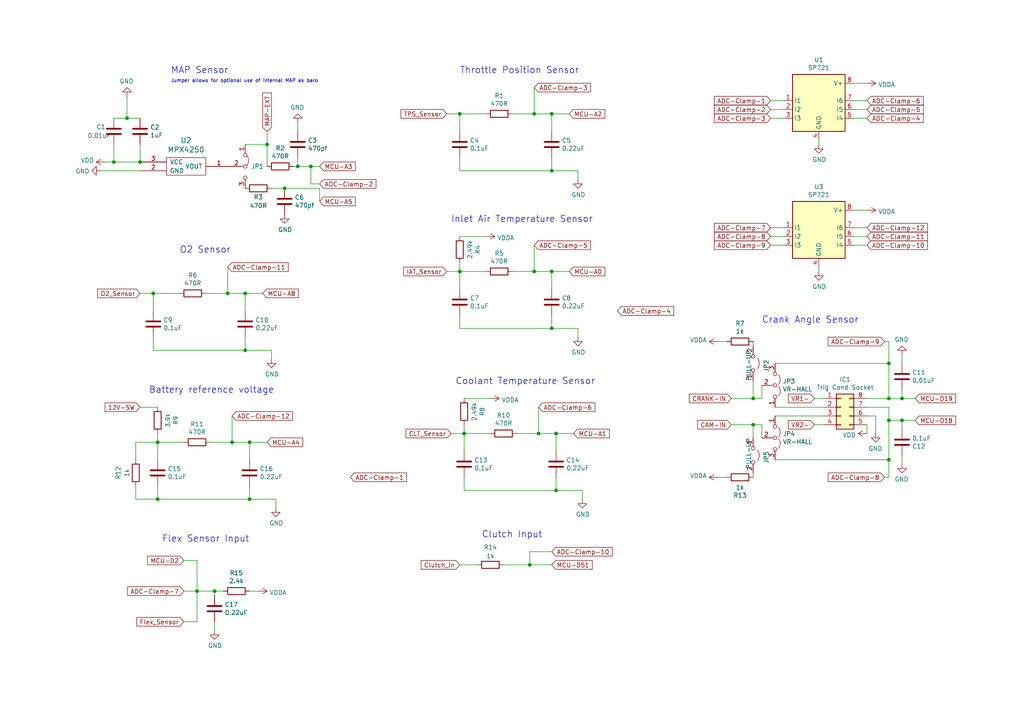
<source format=kicad_sch>
(kicad_sch (version 20211123) (generator eeschema)
  (paper "A4")
  (lib_symbols
    (symbol "Connector_Generic:Conn_02x04_Counter_Clockwise" (pin_names (offset 1.016) hide)
      (property "Reference" "J" (at 1.27 5.08 0))
      (property "Value" "Conn_02x04_Counter_Clockwise" (at 1.27 -7.62 0))
      (symbol "Conn_02x04_Counter_Clockwise_1_1"
        (rectangle (start -1.27 -4.953) (end 0 -5.207) (stroke (width 0.1524)))
        (rectangle (start -1.27 -2.413) (end 0 -2.667) (stroke (width 0.1524)))
        (rectangle (start -1.27 0.127) (end 0 -0.127) (stroke (width 0.1524)))
        (rectangle (start -1.27 2.667) (end 0 2.413) (stroke (width 0.1524)))
        (rectangle (start -1.27 3.81) (end 3.81 -6.35) (stroke (width 0.254)) (fill (type background)))
        (rectangle (start 3.81 -4.953) (end 2.54 -5.207) (stroke (width 0.1524)))
        (rectangle (start 3.81 -2.413) (end 2.54 -2.667) (stroke (width 0.1524)))
        (rectangle (start 3.81 0.127) (end 2.54 -0.127) (stroke (width 0.1524)))
        (rectangle (start 3.81 2.667) (end 2.54 2.413) (stroke (width 0.1524)))
        (pin passive line (at -5.08 2.54 0) (length 3.81) (name "Pin_1") (number "1"))
        (pin passive line (at -5.08 0 0) (length 3.81) (name "Pin_2") (number "2"))
        (pin passive line (at -5.08 -2.54 0) (length 3.81) (name "Pin_3") (number "3"))
        (pin passive line (at -5.08 -5.08 0) (length 3.81) (name "Pin_4") (number "4"))
        (pin passive line (at 7.62 -5.08 180) (length 3.81) (name "Pin_5") (number "5"))
        (pin passive line (at 7.62 -2.54 180) (length 3.81) (name "Pin_6") (number "6"))
        (pin passive line (at 7.62 0 180) (length 3.81) (name "Pin_7") (number "7"))
        (pin passive line (at 7.62 2.54 180) (length 3.81) (name "Pin_8") (number "8"))
      )
    )
    (symbol "Device:C" (pin_numbers hide) (pin_names (offset 0.254))
      (property "Reference" "C" (at 0.635 2.54 0))
      (property "Value" "C" (at 0.635 -2.54 0))
      (symbol "C_0_1"
        (polyline (pts (xy -2.032 -0.762) (xy 2.032 -0.762)) (stroke (width 0.508)))
        (polyline (pts (xy -2.032 0.762) (xy 2.032 0.762)) (stroke (width 0.508)))
      )
      (symbol "C_1_1"
        (pin passive line (at 0 3.81 270) (length 2.794) (name "~") (number "1"))
        (pin passive line (at 0 -3.81 90) (length 2.794) (name "~") (number "2"))
      )
    )
    (symbol "Device:R" (pin_numbers hide) (pin_names (offset 0))
      (property "Reference" "R" (at 2.032 0 90))
      (property "Value" "R" (at 0 0 90))
      (symbol "R_0_1"
        (rectangle (start -1.016 -2.54) (end 1.016 2.54) (stroke (width 0.254)))
      )
      (symbol "R_1_1"
        (pin passive line (at 0 3.81 270) (length 1.27) (name "~") (number "1"))
        (pin passive line (at 0 -3.81 90) (length 1.27) (name "~") (number "2"))
      )
    )
    (symbol "IC_Automotive:SP721"
      (property "Reference" "U" (at 0 15.875 0))
      (property "Value" "IC_Automotive_SP721" (at 0 13.97 0))
      (symbol "SP721_0_1"
        (rectangle (start -7.62 -3.81) (end 7.62 12.7) (stroke (width 0.254)) (fill (type background)))
      )
      (symbol "SP721_1_1"
        (pin input line (at -10.16 5.08 0) (length 2.54) (name "I1") (number "1"))
        (pin input line (at -10.16 2.54 0) (length 2.54) (name "I2") (number "2"))
        (pin input line (at -10.16 0 0) (length 2.54) (name "I3") (number "3"))
        (pin power_in line (at 0 -6.35 90) (length 2.54) (name "GND") (number "4"))
        (pin input line (at 10.16 0 180) (length 2.54) (name "I4") (number "5"))
        (pin input line (at 10.16 2.54 180) (length 2.54) (name "I5") (number "6"))
        (pin input line (at 10.16 5.08 180) (length 2.54) (name "I6") (number "7"))
        (pin power_in line (at 10.16 10.16 180) (length 2.54) (name "V+") (number "8"))
      )
    )
    (symbol "Jumper:Jumper_2_Open" (pin_names (offset 0) hide)
      (property "Reference" "JP" (at 0 2.794 0))
      (property "Value" "Jumper_2_Open" (at 0 -2.286 0))
      (symbol "Jumper_2_Open_0_0"
        (circle (center -2.032 0) (radius 0.508))
        (circle (center 2.032 0) (radius 0.508))
      )
      (symbol "Jumper_2_Open_0_1"
        (arc (start 1.524 1.27) (mid 0 1.778) (end -1.524 1.27))
      )
      (symbol "Jumper_2_Open_1_1"
        (pin passive line (at -5.08 0 0) (length 2.54) (name "A") (number "1"))
        (pin passive line (at 5.08 0 180) (length 2.54) (name "B") (number "2"))
      )
    )
    (symbol "Jumper:Jumper_3_Bridged12" (pin_names (offset 0) hide)
      (property "Reference" "JP" (at -2.54 -2.54 0))
      (property "Value" "Jumper_3_Bridged12" (at 0 2.794 0))
      (symbol "Jumper_3_Bridged12_0_0"
        (circle (center -3.302 0) (radius 0.508))
        (circle (center 0 0) (radius 0.508))
        (circle (center 3.302 0) (radius 0.508))
      )
      (symbol "Jumper_3_Bridged12_0_1"
        (arc (start -0.254 0.508) (mid -1.651 0.9912) (end -3.048 0.508))
        (polyline (pts (xy 0 -1.27) (xy 0 -0.508)))
      )
      (symbol "Jumper_3_Bridged12_1_1"
        (pin passive line (at -6.35 0 0) (length 2.54) (name "A") (number "1"))
        (pin passive line (at 0 -3.81 90) (length 2.54) (name "C") (number "2"))
        (pin passive line (at 6.35 0 180) (length 2.54) (name "B") (number "3"))
      )
    )
    (symbol "Jumper:Jumper_3_Open" (pin_names (offset 0) hide)
      (property "Reference" "JP" (at -2.54 -2.54 0))
      (property "Value" "Jumper_3_Open" (at 0 2.794 0))
      (symbol "Jumper_3_Open_0_0"
        (circle (center -3.302 0) (radius 0.508))
        (circle (center 0 0) (radius 0.508))
        (circle (center 3.302 0) (radius 0.508))
      )
      (symbol "Jumper_3_Open_0_1"
        (arc (start -0.254 1.016) (mid -1.651 1.4992) (end -3.048 1.016))
        (polyline (pts (xy 0 -0.508) (xy 0 -1.27)))
        (arc (start 3.048 1.016) (mid 1.651 1.4992) (end 0.254 1.016))
      )
      (symbol "Jumper_3_Open_1_1"
        (pin passive line (at -6.35 0 0) (length 2.54) (name "A") (number "1"))
        (pin passive line (at 0 -3.81 90) (length 2.54) (name "C") (number "2"))
        (pin passive line (at 6.35 0 180) (length 2.54) (name "B") (number "3"))
      )
    )
    (symbol "power:GND" (power) (pin_names (offset 0))
      (property "Value" "GND" (at 0 -3.81 0))
      (symbol "GND_0_1"
        (polyline (pts (xy 0 0) (xy 0 -1.27) (xy 1.27 -1.27) (xy 0 -2.54) (xy -1.27 -1.27) (xy 0 -1.27)))
      )
      (symbol "GND_1_1"
        (pin power_in line (at 0 0 270) (length 0) hide (name "GND") (number "1"))
      )
    )
    (symbol "power:VDD" (power) (pin_names (offset 0))
      (property "Value" "VDD" (at 0 3.81 0))
      (symbol "VDD_0_1"
        (polyline (pts (xy -0.762 1.27) (xy 0 2.54)))
        (polyline (pts (xy 0 0) (xy 0 2.54)))
        (polyline (pts (xy 0 2.54) (xy 0.762 1.27)))
      )
      (symbol "VDD_1_1"
        (pin power_in line (at 0 0 90) (length 0) hide (name "VDD") (number "1"))
      )
    )
    (symbol "power:VDDA" (power) (pin_names (offset 0))
      (property "Value" "VDDA" (at 0 3.81 0))
      (symbol "VDDA_0_1"
        (polyline (pts (xy -0.762 1.27) (xy 0 2.54)))
        (polyline (pts (xy 0 0) (xy 0 2.54)))
        (polyline (pts (xy 0 2.54) (xy 0.762 1.27)))
      )
      (symbol "VDDA_1_1"
        (pin power_in line (at 0 0 90) (length 0) hide (name "VDDA") (number "1"))
      )
    )
    (symbol "v0.4.3d-rescue:MPX4250-Misc-v0.4.4c-rescue" (pin_names (offset 1.016))
      (property "Reference" "U" (at 3.81 -3.81 0))
      (property "Value" "MPX4250-Misc-v0.4.4c-rescue" (at -1.27 3.81 0))
      (symbol "MPX4250-Misc-v0.4.4c-rescue_0_1"
        (rectangle (start -6.35 2.54) (end 5.08 -2.54))
      )
      (symbol "MPX4250-Misc-v0.4.4c-rescue_1_1"
        (pin output line (at 12.7 0 180) (length 7.62) (name "VOUT") (number "1"))
        (pin power_in line (at -13.97 -1.27 0) (length 7.62) (name "GND") (number "2"))
        (pin power_in line (at -13.97 1.27 0) (length 7.62) (name "VCC") (number "3"))
      )
    )
  )
  (junction (at 71.12 85.09))
  (junction (at 71.12 101.6))
  (junction (at 44.45 85.09))
  (junction (at 160.02 78.74))
  (junction (at 134.62 125.73))
  (junction (at 218.44 123.19))
  (junction (at 257.81 121.92))
  (junction (at 154.94 33.02))
  (junction (at 62.23 171.45))
  (junction (at 218.44 115.57))
  (junction (at 90.17 48.26))
  (junction (at 160.02 49.53))
  (junction (at 133.35 33.02))
  (junction (at 77.47 41.91))
  (junction (at 40.64 46.99))
  (junction (at 257.81 115.57))
  (junction (at 36.83 34.29))
  (junction (at 161.29 142.24))
  (junction (at 72.39 128.27))
  (junction (at 86.36 48.26))
  (junction (at 45.72 128.27))
  (junction (at 257.81 133.35))
  (junction (at 261.62 115.57))
  (junction (at 45.72 144.78))
  (junction (at 67.31 128.27))
  (junction (at 161.29 125.73))
  (junction (at 133.35 78.74))
  (junction (at 33.02 46.99))
  (junction (at 261.62 121.92))
  (junction (at 156.21 125.73))
  (junction (at 153.67 163.83))
  (junction (at 160.02 95.25))
  (junction (at 72.39 144.78))
  (junction (at 160.02 33.02))
  (junction (at 57.15 171.45))
  (junction (at 154.94 78.74))
  (junction (at 82.55 54.61))
  (junction (at 257.81 105.41))
  (junction (at 66.04 85.09))
  (wire (pts (xy 33.02 46.99) (xy 40.64 46.99)))
  (wire (pts (xy 160.02 91.44) (xy 160.02 95.25)))
  (wire (pts (xy 161.29 138.43) (xy 161.29 142.24)))
  (wire (pts (xy 72.39 128.27) (xy 72.39 133.35)))
  (wire (pts (xy 72.39 140.97) (xy 72.39 144.78)))
  (wire (pts (xy 254 120.65) (xy 254 125.73)))
  (wire (pts (xy 71.12 97.79) (xy 71.12 101.6)))
  (wire (pts (xy 39.37 133.35) (xy 39.37 128.27)))
  (wire (pts (xy 77.47 38.1) (xy 77.47 41.91)))
  (wire (pts (xy 36.83 34.29) (xy 36.83 27.94)))
  (wire (pts (xy 165.1 78.74) (xy 160.02 78.74)))
  (wire (pts (xy 257.81 99.06) (xy 257.81 105.41)))
  (wire (pts (xy 45.72 128.27) (xy 53.34 128.27)))
  (wire (pts (xy 62.23 182.88) (xy 62.23 180.34)))
  (wire (pts (xy 247.65 68.58) (xy 251.46 68.58)))
  (wire (pts (xy 251.46 123.19) (xy 251.46 125.73)))
  (wire (pts (xy 212.09 115.57) (xy 218.44 115.57)))
  (wire (pts (xy 251.46 60.96) (xy 247.65 60.96)))
  (wire (pts (xy 224.79 133.35) (xy 257.81 133.35)))
  (wire (pts (xy 134.62 125.73) (xy 142.24 125.73)))
  (wire (pts (xy 165.1 33.02) (xy 160.02 33.02)))
  (wire (pts (xy 220.98 123.19) (xy 220.98 127)))
  (wire (pts (xy 148.59 78.74) (xy 154.94 78.74)))
  (wire (pts (xy 133.35 33.02) (xy 140.97 33.02)))
  (wire (pts (xy 86.36 48.26) (xy 90.17 48.26)))
  (wire (pts (xy 167.64 95.25) (xy 167.64 97.79)))
  (wire (pts (xy 90.17 53.34) (xy 90.17 48.26)))
  (wire (pts (xy 257.81 115.57) (xy 261.62 115.57)))
  (wire (pts (xy 44.45 101.6) (xy 71.12 101.6)))
  (wire (pts (xy 78.74 101.6) (xy 78.74 104.14)))
  (wire (pts (xy 76.2 85.09) (xy 71.12 85.09)))
  (wire (pts (xy 251.46 31.75) (xy 247.65 31.75)))
  (wire (pts (xy 45.72 133.35) (xy 45.72 128.27)))
  (wire (pts (xy 251.46 24.13) (xy 247.65 24.13)))
  (wire (pts (xy 133.35 83.82) (xy 133.35 78.74)))
  (wire (pts (xy 44.45 97.79) (xy 44.45 101.6)))
  (wire (pts (xy 71.12 101.6) (xy 78.74 101.6)))
  (wire (pts (xy 251.46 115.57) (xy 257.81 115.57)))
  (wire (pts (xy 134.62 138.43) (xy 134.62 142.24)))
  (wire (pts (xy 29.21 49.53) (xy 40.64 49.53)))
  (wire (pts (xy 39.37 144.78) (xy 45.72 144.78)))
  (wire (pts (xy 71.12 85.09) (xy 71.12 90.17)))
  (wire (pts (xy 45.72 125.73) (xy 45.72 128.27)))
  (wire (pts (xy 86.36 38.1) (xy 86.36 35.56)))
  (wire (pts (xy 223.52 29.21) (xy 227.33 29.21)))
  (wire (pts (xy 208.28 138.43) (xy 210.82 138.43)))
  (wire (pts (xy 90.17 48.26) (xy 92.71 48.26)))
  (wire (pts (xy 154.94 33.02) (xy 160.02 33.02)))
  (wire (pts (xy 218.44 123.19) (xy 220.98 123.19)))
  (wire (pts (xy 44.45 85.09) (xy 52.07 85.09)))
  (wire (pts (xy 251.46 66.04) (xy 247.65 66.04)))
  (wire (pts (xy 154.94 78.74) (xy 160.02 78.74)))
  (wire (pts (xy 161.29 142.24) (xy 168.91 142.24)))
  (wire (pts (xy 149.86 125.73) (xy 156.21 125.73)))
  (wire (pts (xy 261.62 102.87) (xy 261.62 105.41)))
  (wire (pts (xy 33.02 34.29) (xy 36.83 34.29)))
  (wire (pts (xy 166.37 125.73) (xy 161.29 125.73)))
  (wire (pts (xy 227.33 31.75) (xy 223.52 31.75)))
  (wire (pts (xy 261.62 121.92) (xy 261.62 124.46)))
  (wire (pts (xy 60.96 128.27) (xy 67.31 128.27)))
  (wire (pts (xy 134.62 130.81) (xy 134.62 125.73)))
  (wire (pts (xy 236.22 123.19) (xy 238.76 123.19)))
  (wire (pts (xy 153.67 163.83) (xy 160.02 163.83)))
  (wire (pts (xy 92.71 58.42) (xy 92.71 54.61)))
  (wire (pts (xy 140.97 68.58) (xy 133.35 68.58)))
  (wire (pts (xy 251.46 120.65) (xy 254 120.65)))
  (wire (pts (xy 154.94 71.12) (xy 154.94 78.74)))
  (wire (pts (xy 133.35 95.25) (xy 160.02 95.25)))
  (wire (pts (xy 160.02 33.02) (xy 160.02 38.1)))
  (wire (pts (xy 218.44 99.06) (xy 218.44 100.33)))
  (wire (pts (xy 39.37 128.27) (xy 45.72 128.27)))
  (wire (pts (xy 154.94 25.4) (xy 154.94 33.02)))
  (wire (pts (xy 53.34 162.56) (xy 57.15 162.56)))
  (wire (pts (xy 40.64 118.11) (xy 45.72 118.11)))
  (wire (pts (xy 129.54 33.02) (xy 133.35 33.02)))
  (wire (pts (xy 256.54 138.43) (xy 257.81 138.43)))
  (wire (pts (xy 67.31 128.27) (xy 72.39 128.27)))
  (wire (pts (xy 160.02 95.25) (xy 167.64 95.25)))
  (wire (pts (xy 208.28 99.06) (xy 210.82 99.06)))
  (wire (pts (xy 218.44 110.49) (xy 218.44 115.57)))
  (wire (pts (xy 53.34 180.34) (xy 57.15 180.34)))
  (wire (pts (xy 133.35 78.74) (xy 140.97 78.74)))
  (wire (pts (xy 223.52 34.29) (xy 227.33 34.29)))
  (wire (pts (xy 212.09 123.19) (xy 218.44 123.19)))
  (wire (pts (xy 142.24 115.57) (xy 134.62 115.57)))
  (wire (pts (xy 92.71 54.61) (xy 82.55 54.61)))
  (wire (pts (xy 218.44 137.16) (xy 218.44 138.43)))
  (wire (pts (xy 261.62 134.62) (xy 261.62 132.08)))
  (wire (pts (xy 36.83 34.29) (xy 40.64 34.29)))
  (wire (pts (xy 66.04 85.09) (xy 71.12 85.09)))
  (wire (pts (xy 223.52 71.12) (xy 227.33 71.12)))
  (wire (pts (xy 78.74 54.61) (xy 82.55 54.61)))
  (wire (pts (xy 80.01 144.78) (xy 80.01 147.32)))
  (wire (pts (xy 71.12 41.91) (xy 77.47 41.91)))
  (wire (pts (xy 134.62 123.19) (xy 134.62 125.73)))
  (wire (pts (xy 130.81 125.73) (xy 134.62 125.73)))
  (wire (pts (xy 40.64 85.09) (xy 44.45 85.09)))
  (wire (pts (xy 129.54 78.74) (xy 133.35 78.74)))
  (wire (pts (xy 92.71 53.34) (xy 90.17 53.34)))
  (wire (pts (xy 133.35 38.1) (xy 133.35 33.02)))
  (wire (pts (xy 64.77 171.45) (xy 62.23 171.45)))
  (wire (pts (xy 167.64 49.53) (xy 167.64 52.07)))
  (wire (pts (xy 256.54 99.06) (xy 257.81 99.06)))
  (wire (pts (xy 257.81 105.41) (xy 257.81 115.57)))
  (wire (pts (xy 257.81 121.92) (xy 261.62 121.92)))
  (wire (pts (xy 265.43 115.57) (xy 261.62 115.57)))
  (wire (pts (xy 236.22 115.57) (xy 238.76 115.57)))
  (wire (pts (xy 59.69 85.09) (xy 66.04 85.09)))
  (wire (pts (xy 218.44 115.57) (xy 220.98 115.57)))
  (wire (pts (xy 156.21 125.73) (xy 161.29 125.73)))
  (wire (pts (xy 40.64 46.99) (xy 40.64 41.91)))
  (wire (pts (xy 160.02 160.02) (xy 153.67 160.02)))
  (wire (pts (xy 224.79 118.11) (xy 238.76 118.11)))
  (wire (pts (xy 148.59 33.02) (xy 154.94 33.02)))
  (wire (pts (xy 220.98 115.57) (xy 220.98 111.76)))
  (wire (pts (xy 218.44 127) (xy 218.44 123.19)))
  (wire (pts (xy 62.23 172.72) (xy 62.23 171.45)))
  (wire (pts (xy 257.81 118.11) (xy 251.46 118.11)))
  (wire (pts (xy 72.39 144.78) (xy 80.01 144.78)))
  (wire (pts (xy 133.35 91.44) (xy 133.35 95.25)))
  (wire (pts (xy 45.72 144.78) (xy 72.39 144.78)))
  (wire (pts (xy 57.15 180.34) (xy 57.15 171.45)))
  (wire (pts (xy 134.62 142.24) (xy 161.29 142.24)))
  (wire (pts (xy 67.31 120.65) (xy 67.31 128.27)))
  (wire (pts (xy 133.35 45.72) (xy 133.35 49.53)))
  (wire (pts (xy 86.36 48.26) (xy 86.36 45.72)))
  (wire (pts (xy 72.39 171.45) (xy 74.93 171.45)))
  (wire (pts (xy 77.47 128.27) (xy 72.39 128.27)))
  (wire (pts (xy 133.35 76.2) (xy 133.35 78.74)))
  (wire (pts (xy 133.35 163.83) (xy 138.43 163.83)))
  (wire (pts (xy 223.52 66.04) (xy 227.33 66.04)))
  (wire (pts (xy 66.04 77.47) (xy 66.04 85.09)))
  (wire (pts (xy 251.46 71.12) (xy 247.65 71.12)))
  (wire (pts (xy 133.35 49.53) (xy 160.02 49.53)))
  (wire (pts (xy 160.02 45.72) (xy 160.02 49.53)))
  (wire (pts (xy 257.81 138.43) (xy 257.81 133.35)))
  (wire (pts (xy 44.45 90.17) (xy 44.45 85.09)))
  (wire (pts (xy 33.02 46.99) (xy 33.02 41.91)))
  (wire (pts (xy 57.15 162.56) (xy 57.15 171.45)))
  (wire (pts (xy 257.81 121.92) (xy 257.81 118.11)))
  (wire (pts (xy 160.02 78.74) (xy 160.02 83.82)))
  (wire (pts (xy 224.79 105.41) (xy 257.81 105.41)))
  (wire (pts (xy 85.09 48.26) (xy 86.36 48.26)))
  (wire (pts (xy 265.43 121.92) (xy 261.62 121.92)))
  (wire (pts (xy 247.65 29.21) (xy 251.46 29.21)))
  (wire (pts (xy 161.29 125.73) (xy 161.29 130.81)))
  (wire (pts (xy 77.47 41.91) (xy 77.47 48.26)))
  (wire (pts (xy 30.48 46.99) (xy 33.02 46.99)))
  (wire (pts (xy 224.79 120.65) (xy 238.76 120.65)))
  (wire (pts (xy 39.37 140.97) (xy 39.37 144.78)))
  (wire (pts (xy 45.72 140.97) (xy 45.72 144.78)))
  (wire (pts (xy 261.62 115.57) (xy 261.62 113.03)))
  (wire (pts (xy 57.15 171.45) (xy 53.34 171.45)))
  (wire (pts (xy 62.23 171.45) (xy 57.15 171.45)))
  (wire (pts (xy 227.33 68.58) (xy 223.52 68.58)))
  (wire (pts (xy 168.91 142.24) (xy 168.91 144.78)))
  (wire (pts (xy 247.65 34.29) (xy 251.46 34.29)))
  (wire (pts (xy 237.49 77.47) (xy 237.49 78.74)))
  (wire (pts (xy 237.49 41.91) (xy 237.49 40.64)))
  (wire (pts (xy 146.05 163.83) (xy 153.67 163.83)))
  (wire (pts (xy 160.02 49.53) (xy 167.64 49.53)))
  (wire (pts (xy 153.67 160.02) (xy 153.67 163.83)))
  (wire (pts (xy 156.21 118.11) (xy 156.21 125.73)))
  (wire (pts (xy 257.81 133.35) (xy 257.81 121.92)))
  (text "Crank Angle Sensor" (at 220.98 93.98 0) (effects (font (size 1.8796 1.8796)) (justify left bottom)))
  (text "O2 Sensor" (at 52.07 73.66 0) (effects (font (size 1.8796 1.8796)) (justify left bottom)))
  (text "Throttle Position Sensor" (at 133.35 21.59 0) (effects (font (size 1.8796 1.8796)) (justify left bottom)))
  (text "Inlet Air Temperature Sensor" (at 130.81 64.77 0) (effects (font (size 1.8796 1.8796)) (justify left bottom)))
  (text "MAP Sensor" (at 49.53 21.59 0) (effects (font (size 1.8796 1.8796)) (justify left bottom)))
  (text "Jumper allows for optional use of internal MAP as baro" (at 49.53 24.13 0) (effects (font (size 0.9906 0.9906)) (justify left bottom)))
  (text "Battery reference voltage" (at 43.18 114.3 0) (effects (font (size 1.8796 1.8796)) (justify left bottom)))
  (text "Coolant Temperature Sensor" (at 132.08 111.76 0) (effects (font (size 1.8796 1.8796)) (justify left bottom)))
  (text "Clutch Input" (at 139.7 156.21 0) (effects (font (size 1.8796 1.8796)) (justify left bottom)))
  (text "Flex Sensor Input" (at 46.99 157.48 0) (effects (font (size 1.8796 1.8796)) (justify left bottom)))
  (global_label "ADC-Clamp-6" (shape input) (at 251.46 29.21 0) (property "Intersheet References" "${INTERSHEET_REFS}" (effects hide)))
  (global_label "MCU-D51" (shape input) (at 160.02 163.83 0) (property "Intersheet References" "${INTERSHEET_REFS}" (effects hide)))
  (global_label "CRANK-IN" (shape input) (at 212.09 115.57 180) (property "Intersheet References" "${INTERSHEET_REFS}" (effects hide)))
  (global_label "ADC-Clamp-5" (shape input) (at 251.46 31.75 0) (property "Intersheet References" "${INTERSHEET_REFS}" (effects hide)))
  (global_label "ADC-Clamp-1" (shape input) (at 101.6 138.43 0) (property "Intersheet References" "${INTERSHEET_REFS}" (effects hide)))
  (global_label "MCU-A4" (shape input) (at 77.47 128.27 0) (property "Intersheet References" "${INTERSHEET_REFS}" (effects hide)))
  (global_label "ADC-Clamp-11" (shape input) (at 251.46 68.58 0) (property "Intersheet References" "${INTERSHEET_REFS}" (effects hide)))
  (global_label "ADC-Clamp-4" (shape input) (at 251.46 34.29 0) (property "Intersheet References" "${INTERSHEET_REFS}" (effects hide)))
  (global_label "ADC-Clamp-9" (shape input) (at 223.52 71.12 180) (property "Intersheet References" "${INTERSHEET_REFS}" (effects hide)))
  (global_label "IAT_Sensor" (shape input) (at 129.54 78.74 180) (property "Intersheet References" "${INTERSHEET_REFS}" (effects hide)))
  (global_label "12V-SW" (shape input) (at 40.64 118.11 180) (property "Intersheet References" "${INTERSHEET_REFS}" (effects hide)))
  (global_label "ADC-Clamp-10" (shape input) (at 160.02 160.02 0) (property "Intersheet References" "${INTERSHEET_REFS}" (effects hide)))
  (global_label "CAM-IN" (shape input) (at 212.09 123.19 180) (property "Intersheet References" "${INTERSHEET_REFS}" (effects hide)))
  (global_label "ADC-Clamp-2" (shape input) (at 223.52 31.75 180) (property "Intersheet References" "${INTERSHEET_REFS}" (effects hide)))
  (global_label "ADC-Clamp-1" (shape input) (at 223.52 29.21 180) (property "Intersheet References" "${INTERSHEET_REFS}" (effects hide)))
  (global_label "MCU-A5" (shape input) (at 92.71 58.42 0) (property "Intersheet References" "${INTERSHEET_REFS}" (effects hide)))
  (global_label "ADC-Clamp-9" (shape input) (at 256.54 99.06 180) (property "Intersheet References" "${INTERSHEET_REFS}" (effects hide)))
  (global_label "ADC-Clamp-2" (shape input) (at 92.71 53.34 0) (property "Intersheet References" "${INTERSHEET_REFS}" (effects hide)))
  (global_label "VR1-" (shape input) (at 236.22 115.57 180) (property "Intersheet References" "${INTERSHEET_REFS}" (effects hide)))
  (global_label "ADC-Clamp-12" (shape input) (at 67.31 120.65 0) (property "Intersheet References" "${INTERSHEET_REFS}" (effects hide)))
  (global_label "TPS_Sensor" (shape input) (at 129.54 33.02 180) (property "Intersheet References" "${INTERSHEET_REFS}" (effects hide)))
  (global_label "MCU-D19" (shape input) (at 265.43 115.57 0) (property "Intersheet References" "${INTERSHEET_REFS}" (effects hide)))
  (global_label "MCU-A0" (shape input) (at 165.1 78.74 0) (property "Intersheet References" "${INTERSHEET_REFS}" (effects hide)))
  (global_label "CLT_Sensor" (shape input) (at 130.81 125.73 180) (property "Intersheet References" "${INTERSHEET_REFS}" (effects hide)))
  (global_label "ADC-Clamp-7" (shape input) (at 223.52 66.04 180) (property "Intersheet References" "${INTERSHEET_REFS}" (effects hide)))
  (global_label "ADC-Clamp-5" (shape input) (at 154.94 71.12 0) (property "Intersheet References" "${INTERSHEET_REFS}" (effects hide)))
  (global_label "VR2-" (shape input) (at 236.22 123.19 180) (property "Intersheet References" "${INTERSHEET_REFS}" (effects hide)))
  (global_label "MCU-A8" (shape input) (at 76.2 85.09 0) (property "Intersheet References" "${INTERSHEET_REFS}" (effects hide)))
  (global_label "ADC-Clamp-7" (shape input) (at 53.34 171.45 180) (property "Intersheet References" "${INTERSHEET_REFS}" (effects hide)))
  (global_label "MCU-A3" (shape input) (at 92.71 48.26 0) (property "Intersheet References" "${INTERSHEET_REFS}" (effects hide)))
  (global_label "Clutch_in" (shape input) (at 133.35 163.83 180) (property "Intersheet References" "${INTERSHEET_REFS}" (effects hide)))
  (global_label "ADC-Clamp-11" (shape input) (at 66.04 77.47 0) (property "Intersheet References" "${INTERSHEET_REFS}" (effects hide)))
  (global_label "MAP-EXT" (shape input) (at 77.47 38.1 90) (property "Intersheet References" "${INTERSHEET_REFS}" (effects hide)))
  (global_label "MCU-D2" (shape input) (at 53.34 162.56 180) (property "Intersheet References" "${INTERSHEET_REFS}" (effects hide)))
  (global_label "O2_Sensor" (shape input) (at 40.64 85.09 180) (property "Intersheet References" "${INTERSHEET_REFS}" (effects hide)))
  (global_label "ADC-Clamp-6" (shape input) (at 156.21 118.11 0) (property "Intersheet References" "${INTERSHEET_REFS}" (effects hide)))
  (global_label "ADC-Clamp-8" (shape input) (at 256.54 138.43 180) (property "Intersheet References" "${INTERSHEET_REFS}" (effects hide)))
  (global_label "MCU-A2" (shape input) (at 165.1 33.02 0) (property "Intersheet References" "${INTERSHEET_REFS}" (effects hide)))
  (global_label "ADC-Clamp-4" (shape input) (at 179.07 90.17 0) (property "Intersheet References" "${INTERSHEET_REFS}" (effects hide)))
  (global_label "ADC-Clamp-3" (shape input) (at 223.52 34.29 180) (property "Intersheet References" "${INTERSHEET_REFS}" (effects hide)))
  (global_label "MCU-D18" (shape input) (at 265.43 121.92 0) (property "Intersheet References" "${INTERSHEET_REFS}" (effects hide)))
  (global_label "MCU-A1" (shape input) (at 166.37 125.73 0) (property "Intersheet References" "${INTERSHEET_REFS}" (effects hide)))
  (global_label "ADC-Clamp-12" (shape input) (at 251.46 66.04 0) (property "Intersheet References" "${INTERSHEET_REFS}" (effects hide)))
  (global_label "ADC-Clamp-10" (shape input) (at 251.46 71.12 0) (property "Intersheet References" "${INTERSHEET_REFS}" (effects hide)))
  (global_label "Flex_Sensor" (shape input) (at 53.34 180.34 180) (property "Intersheet References" "${INTERSHEET_REFS}" (effects hide)))
  (global_label "ADC-Clamp-3" (shape input) (at 154.94 25.4 0) (property "Intersheet References" "${INTERSHEET_REFS}" (effects hide)))
  (global_label "ADC-Clamp-8" (shape input) (at 223.52 68.58 180) (property "Intersheet References" "${INTERSHEET_REFS}" (effects hide)))
  (symbol (lib_id "Jumper:Jumper_2_Open") (at 218.44 105.41 270) (mirror x) (unit 1)
    (property "Reference" "JP2" (at 222.25 107.95 0) (effects (justify left)))
    (property "Value" "PULL-UP" (at 217.17 110.49 0) (effects (justify left)))
    (property "Footprint" "Connector_PinHeader_2.54mm:PinHeader_1x02_P2.54mm_Vertical" (effects hide))
    (property "Digikey Part Number" "952-2261-ND " (effects hide))
    (property "Manufacturer_Name" "Harwin Inc" (effects hide))
    (property "Manufacturer_Part_Number" "M20-9990245 " (effects hide))
    (property "URL" "https://www.digikey.com.au/products/en?keywords=M20-9990245" (effects hide))
  )
  (symbol (lib_id "Device:C") (at 45.72 137.16 0) (unit 1)
    (property "Reference" "C15" (at 48.641 135.9916 0) (effects (justify left)))
    (property "Value" "0.1uF" (at 48.641 138.303 0) (effects (justify left)))
    (property "Footprint" "Capacitor_THT:C_Disc_D5.0mm_W2.5mm_P2.50mm" (effects hide))
    (property "Digikey Part Number" "445-180563-1-ND" (effects hide))
    (property "Manufacturer_Name" "TDK" (effects hide))
    (property "Manufacturer_Part_Number" "FA18X8R1E104KNU06" (effects hide))
    (property "URL" "https://www.digikey.com.au/product-detail/en/tdk-corporation/FA18X8R1E104KNU06/445-180563-1-ND/9560689" (effects hide))
  )
  (symbol (lib_id "power:GND") (at 78.74 104.14 0) (unit 1)
    (property "Reference" "#PWR017" (effects hide))
    (property "Value" "GND" (at 78.867 108.5342 0))
  )
  (symbol (lib_id "Device:R") (at 146.05 125.73 270) (unit 1)
    (property "Reference" "R10" (at 146.05 120.4722 90))
    (property "Value" "470R" (at 146.05 122.7836 90))
    (property "Footprint" "Resistor_THT:R_Axial_DIN0204_L3.6mm_D1.6mm_P5.08mm_Horizontal" (effects hide))
    (property "Manufacturer_Name" "Vishay" (effects hide))
    (property "Manufacturer_Part_Number" "MBA02040C4700FRP00" (effects hide))
    (property "URL" "https://www.digikey.com.au/product-detail/en/vishay-beyschlag-draloric-bc-components/MBA02040C4700FRP00/BC3516CT-ND/7350946" (effects hide))
    (property "Digikey Part Number" "BC3516CT-ND" (effects hide))
  )
  (symbol (lib_id "v0.4.3d-rescue:MPX4250-Misc-v0.4.4c-rescue") (at 54.61 48.26 0) (unit 1)
    (property "Reference" "U2" (at 53.975 40.7162 0) (effects (font (size 1.524 1.524))))
    (property "Value" "MPX4250" (at 53.975 43.4086 0) (effects (font (size 1.524 1.524))))
    (property "Footprint" "Misc:MPX4250" (effects hide))
    (property "Digikey Part Number" "MPX4250AP-ND" (effects hide))
    (property "Manufacturer_Name" "NXP" (effects hide))
    (property "Manufacturer_Part_Number" "MPX4250AP" (effects hide))
    (property "URL" "https://www.digikey.com.au/product-detail/en/nxp-usa-inc/MPX4250AP/MPX4250AP-ND/464053" (effects hide))
  )
  (symbol (lib_id "Device:R") (at 214.63 99.06 270) (unit 1)
    (property "Reference" "R7" (at 214.63 93.8022 90))
    (property "Value" "1k" (at 214.63 96.1136 90))
    (property "Footprint" "Resistor_THT:R_Axial_DIN0204_L3.6mm_D1.6mm_P5.08mm_Horizontal" (effects hide))
    (property "Digikey Part Number" "BC1.00KXCT-ND" (effects hide))
    (property "Manufacturer_Name" "Vishay" (effects hide))
    (property "Manufacturer_Part_Number" "MBA02040C1001FRP00" (effects hide))
  )
  (symbol (lib_id "Device:C") (at 261.62 128.27 0) (mirror x) (unit 1)
    (property "Reference" "C12" (at 264.541 129.4384 0) (effects (justify left)))
    (property "Value" "0.1uF" (at 264.541 127.127 0) (effects (justify left)))
    (property "Footprint" "Capacitor_THT:C_Disc_D5.0mm_W2.5mm_P2.50mm" (effects hide))
    (property "Digikey Part Number" "445-180563-1-ND" (effects hide))
    (property "Manufacturer_Name" "TDK" (effects hide))
    (property "Manufacturer_Part_Number" "FA18X8R1E104KNU06" (effects hide))
    (property "URL" "https://www.digikey.com.au/product-detail/en/tdk-corporation/FA18X8R1E104KNU06/445-180563-1-ND/9560689" (effects hide))
  )
  (symbol (lib_id "Device:C") (at 72.39 137.16 0) (unit 1)
    (property "Reference" "C16" (at 75.311 135.9916 0) (effects (justify left)))
    (property "Value" "0.22uF" (at 75.311 138.303 0) (effects (justify left)))
    (property "Footprint" "Capacitor_THT:C_Disc_D5.0mm_W2.5mm_P2.50mm" (effects hide))
    (property "Digikey Part Number" "445-180564-1-ND" (effects hide))
    (property "Manufacturer_Name" "TDK" (effects hide))
    (property "Manufacturer_Part_Number" "FA18X8R1E224KRU06" (effects hide))
    (property "URL" "https://www.digikey.com.au/product-detail/en/tdk-corporation/FA18X8R1E224KRU06/445-180564-1-ND/9560690" (effects hide))
  )
  (symbol (lib_id "power:VDDA") (at 142.24 115.57 270) (unit 1)
    (property "Reference" "#PWR018" (effects hide))
    (property "Value" "VDDA" (at 145.4912 116.0018 90) (effects (justify left)))
  )
  (symbol (lib_id "Device:R") (at 74.93 54.61 270) (unit 1)
    (property "Reference" "R3" (at 74.93 57.15 90))
    (property "Value" "470R" (at 74.93 59.69 90))
    (property "Footprint" "Resistor_THT:R_Axial_DIN0204_L3.6mm_D1.6mm_P5.08mm_Horizontal" (effects hide))
    (property "Manufacturer_Name" "Vishay" (effects hide))
    (property "Manufacturer_Part_Number" "MBA02040C4700FRP00" (effects hide))
    (property "URL" "https://www.digikey.com.au/product-detail/en/vishay-beyschlag-draloric-bc-components/MBA02040C4700FRP00/BC3516CT-ND/7350946" (effects hide))
    (property "Digikey Part Number" "BC3516CT-ND" (effects hide))
  )
  (symbol (lib_id "power:GND") (at 237.49 78.74 0) (unit 1)
    (property "Reference" "#PWR013" (effects hide))
    (property "Value" "GND" (at 237.617 83.1342 0))
  )
  (symbol (lib_id "power:VDDA") (at 74.93 171.45 270) (unit 1)
    (property "Reference" "#PWR025" (effects hide))
    (property "Value" "VDDA" (at 78.1812 171.8818 90) (effects (justify left)))
  )
  (symbol (lib_id "Device:R") (at 55.88 85.09 270) (unit 1)
    (property "Reference" "R6" (at 55.88 79.8322 90))
    (property "Value" "470R" (at 55.88 82.1436 90))
    (property "Footprint" "Resistor_THT:R_Axial_DIN0204_L3.6mm_D1.6mm_P5.08mm_Horizontal" (effects hide))
    (property "Manufacturer_Name" "Vishay" (effects hide))
    (property "Manufacturer_Part_Number" "MBA02040C4700FRP00" (effects hide))
    (property "URL" "https://www.digikey.com.au/product-detail/en/vishay-beyschlag-draloric-bc-components/MBA02040C4700FRP00/BC3516CT-ND/7350946" (effects hide))
    (property "Digikey Part Number" "BC3516CT-ND" (effects hide))
  )
  (symbol (lib_id "Connector_Generic:Conn_02x04_Counter_Clockwise") (at 243.84 118.11 0) (unit 1)
    (property "Reference" "IC1" (at 245.11 110.0582 0))
    (property "Value" "Trig Cond Socket" (at 245.11 112.3696 0))
    (property "Footprint" "Package_DIP:DIP-8_W7.62mm_Socket" (effects hide))
  )
  (symbol (lib_id "Device:R") (at 144.78 33.02 270) (unit 1)
    (property "Reference" "R1" (at 144.78 27.7622 90))
    (property "Value" "470R" (at 144.78 30.0736 90))
    (property "Footprint" "Resistor_THT:R_Axial_DIN0204_L3.6mm_D1.6mm_P5.08mm_Horizontal" (effects hide))
    (property "Manufacturer_Name" "Vishay" (effects hide))
    (property "Manufacturer_Part_Number" "MBA02040C4700FRP00" (effects hide))
    (property "URL" "https://www.digikey.com.au/product-detail/en/vishay-beyschlag-draloric-bc-components/MBA02040C4700FRP00/BC3516CT-ND/7350946" (effects hide))
    (property "Digikey Part Number" "BC3516CT-ND" (effects hide))
  )
  (symbol (lib_id "Device:R") (at 81.28 48.26 270) (unit 1)
    (property "Reference" "R2" (at 81.28 43.0022 90))
    (property "Value" "470R" (at 81.28 45.3136 90))
    (property "Footprint" "Resistor_THT:R_Axial_DIN0204_L3.6mm_D1.6mm_P5.08mm_Horizontal" (effects hide))
    (property "Manufacturer_Name" "Vishay" (effects hide))
    (property "Manufacturer_Part_Number" "MBA02040C4700FRP00" (effects hide))
    (property "URL" "https://www.digikey.com.au/product-detail/en/vishay-beyschlag-draloric-bc-components/MBA02040C4700FRP00/BC3516CT-ND/7350946" (effects hide))
    (property "Digikey Part Number" "BC3516CT-ND" (effects hide))
  )
  (symbol (lib_id "power:GND") (at 62.23 182.88 0) (unit 1)
    (property "Reference" "#PWR026" (effects hide))
    (property "Value" "GND" (at 62.357 187.2742 0))
  )
  (symbol (lib_id "Jumper:Jumper_3_Open") (at 224.79 127 270) (unit 1)
    (property "Reference" "JP4" (at 226.9998 125.8316 90) (effects (justify left)))
    (property "Value" "VR-HALL" (at 226.9998 128.143 90) (effects (justify left)))
    (property "Footprint" "Connector_PinHeader_2.54mm:PinHeader_1x03_P2.54mm_Vertical" (effects hide))
    (property "Digikey Part Number" "952-2263-ND " (effects hide))
    (property "Manufacturer_Name" "Harwin Inc" (effects hide))
    (property "Manufacturer_Part_Number" "M20-9990345" (effects hide))
    (property "URL" "https://www.digikey.com.au/products/en?keywords=M20-9990345" (effects hide))
  )
  (symbol (lib_id "power:GND") (at 82.55 62.23 0) (unit 1)
    (property "Reference" "#PWR011" (effects hide))
    (property "Value" "GND" (at 82.677 66.6242 0))
  )
  (symbol (lib_id "Device:C") (at 86.36 41.91 0) (unit 1)
    (property "Reference" "C3" (at 89.281 40.7416 0) (effects (justify left)))
    (property "Value" "470pf" (at 89.281 43.053 0) (effects (justify left)))
    (property "Footprint" "Capacitor_THT:C_Disc_D5.0mm_W2.5mm_P2.50mm" (effects hide))
    (property "Digikey Part Number" "445-180522-1-ND" (effects hide))
    (property "Manufacturer_Name" "TDK" (effects hide))
    (property "Manufacturer_Part_Number" "FA18NP01H471JNU06" (effects hide))
    (property "URL" "https://www.digikey.com.au/product-detail/en/tdk-corporation/FA18NP01H471JNU06/445-180522-1-ND/9560648" (effects hide))
  )
  (symbol (lib_id "Device:R") (at 214.63 138.43 270) (mirror x) (unit 1)
    (property "Reference" "R13" (at 214.63 143.6878 90))
    (property "Value" "1k" (at 214.63 141.3764 90))
    (property "Footprint" "Resistor_THT:R_Axial_DIN0204_L3.6mm_D1.6mm_P5.08mm_Horizontal" (effects hide))
    (property "Digikey Part Number" "BC1.00KXCT-ND" (effects hide))
    (property "Manufacturer_Name" "Vishay" (effects hide))
    (property "Manufacturer_Part_Number" "MBA02040C1001FRP00" (effects hide))
  )
  (symbol (lib_id "Jumper:Jumper_2_Open") (at 218.44 132.08 270) (unit 1)
    (property "Reference" "JP5" (at 222.25 130.81 0) (effects (justify left)))
    (property "Value" "PULL-UP" (at 217.17 127 0) (effects (justify left)))
    (property "Footprint" "Connector_PinHeader_2.54mm:PinHeader_1x02_P2.54mm_Vertical" (effects hide))
    (property "Digikey Part Number" "952-2261-ND " (effects hide))
    (property "Manufacturer_Name" "Harwin Inc" (effects hide))
    (property "Manufacturer_Part_Number" "M20-9990245 " (effects hide))
    (property "URL" "https://www.digikey.com.au/products/en?keywords=M20-9990245" (effects hide))
  )
  (symbol (lib_id "Device:R") (at 142.24 163.83 90) (unit 1)
    (property "Reference" "R14" (at 142.24 158.75 90))
    (property "Value" "1k" (at 142.24 161.29 90))
    (property "Footprint" "Resistor_THT:R_Axial_DIN0204_L3.6mm_D1.6mm_P5.08mm_Horizontal" (effects hide))
    (property "Digikey Part Number" "BC1.00KXCT-ND" (effects hide))
    (property "Manufacturer_Name" "Vishay" (effects hide))
    (property "Manufacturer_Part_Number" "MBA02040C1001FRP00" (effects hide))
  )
  (symbol (lib_id "Device:C") (at 62.23 176.53 0) (unit 1)
    (property "Reference" "C17" (at 65.151 175.3616 0) (effects (justify left)))
    (property "Value" "0.22uF" (at 65.151 177.673 0) (effects (justify left)))
    (property "Footprint" "Capacitor_THT:C_Disc_D5.0mm_W2.5mm_P2.50mm" (effects hide))
    (property "Digikey Part Number" "445-180564-1-ND" (effects hide))
    (property "Manufacturer_Name" "TDK" (effects hide))
    (property "Manufacturer_Part_Number" "FA18X8R1E224KRU06" (effects hide))
    (property "URL" "https://www.digikey.com.au/product-detail/en/tdk-corporation/FA18X8R1E224KRU06/445-180564-1-ND/9560690" (effects hide))
  )
  (symbol (lib_id "Device:C") (at 33.02 38.1 0) (unit 1)
    (property "Reference" "C1" (at 27.94 36.83 0) (effects (justify left)))
    (property "Value" "0.01uF" (at 25.4 39.37 0) (effects (justify left)))
    (property "Footprint" "Capacitor_THT:C_Disc_D5.0mm_W2.5mm_P2.50mm" (effects hide))
    (property "Digikey Part Number" "445-174244-1-ND" (effects hide))
    (property "Manufacturer_Name" "TDK" (effects hide))
    (property "Manufacturer_Part_Number" "FA18X7R1H103KNU06" (effects hide))
    (property "URL" "https://www.digikey.com.au/product-detail/en/tdk-corporation/FA18X7R1H103KNU06/445-174244-1-ND/5865002" (effects hide))
  )
  (symbol (lib_id "Device:R") (at 39.37 137.16 180) (unit 1)
    (property "Reference" "R12" (at 34.29 137.16 90))
    (property "Value" "1k" (at 36.83 137.16 90))
    (property "Footprint" "Resistor_THT:R_Axial_DIN0204_L3.6mm_D1.6mm_P5.08mm_Horizontal" (effects hide))
    (property "Digikey Part Number" "BC1.00KXCT-ND" (effects hide))
    (property "Manufacturer_Name" "Vishay" (effects hide))
    (property "Manufacturer_Part_Number" "MBA02040C1001FRP00" (effects hide))
  )
  (symbol (lib_id "power:GND") (at 167.64 52.07 0) (unit 1)
    (property "Reference" "#PWR09" (effects hide))
    (property "Value" "GND" (at 167.767 56.4642 0))
  )
  (symbol (lib_id "Device:C") (at 160.02 41.91 0) (unit 1)
    (property "Reference" "C5" (at 162.941 40.7416 0) (effects (justify left)))
    (property "Value" "0.22uF" (at 162.941 43.053 0) (effects (justify left)))
    (property "Footprint" "Capacitor_THT:C_Disc_D5.0mm_W2.5mm_P2.50mm" (effects hide))
    (property "Digikey Part Number" "445-180564-1-ND" (effects hide))
    (property "Manufacturer_Name" "TDK" (effects hide))
    (property "Manufacturer_Part_Number" "FA18X8R1E224KRU06" (effects hide))
    (property "URL" "https://www.digikey.com.au/product-detail/en/tdk-corporation/FA18X8R1E224KRU06/445-180564-1-ND/9560690" (effects hide))
  )
  (symbol (lib_id "Device:C") (at 161.29 134.62 0) (unit 1)
    (property "Reference" "C14" (at 164.211 133.4516 0) (effects (justify left)))
    (property "Value" "0.22uF" (at 164.211 135.763 0) (effects (justify left)))
    (property "Footprint" "Capacitor_THT:C_Disc_D5.0mm_W2.5mm_P2.50mm" (effects hide))
    (property "Digikey Part Number" "445-180564-1-ND" (effects hide))
    (property "Manufacturer_Name" "TDK" (effects hide))
    (property "Manufacturer_Part_Number" "FA18X8R1E224KRU06" (effects hide))
    (property "URL" "https://www.digikey.com.au/product-detail/en/tdk-corporation/FA18X8R1E224KRU06/445-180564-1-ND/9560690" (effects hide))
  )
  (symbol (lib_id "Jumper:Jumper_3_Open") (at 224.79 111.76 270) (mirror x) (unit 1)
    (property "Reference" "JP3" (at 226.9998 110.5916 90) (effects (justify left)))
    (property "Value" "VR-HALL" (at 226.9998 112.903 90) (effects (justify left)))
    (property "Footprint" "Connector_PinHeader_2.54mm:PinHeader_1x03_P2.54mm_Vertical" (effects hide))
    (property "Digikey Part Number" "952-2263-ND " (effects hide))
    (property "Manufacturer_Name" "Harwin Inc" (effects hide))
    (property "Manufacturer_Part_Number" "M20-9990345" (effects hide))
    (property "URL" "https://www.digikey.com.au/products/en?keywords=M20-9990345" (effects hide))
  )
  (symbol (lib_id "power:GND") (at 261.62 102.87 180) (unit 1)
    (property "Reference" "#PWR016" (effects hide))
    (property "Value" "GND" (at 261.493 98.4758 0))
  )
  (symbol (lib_id "Device:C") (at 71.12 93.98 0) (unit 1)
    (property "Reference" "C10" (at 74.041 92.8116 0) (effects (justify left)))
    (property "Value" "0.22uF" (at 74.041 95.123 0) (effects (justify left)))
    (property "Footprint" "Capacitor_THT:C_Disc_D5.0mm_W2.5mm_P2.50mm" (effects hide))
    (property "Digikey Part Number" "445-180564-1-ND" (effects hide))
    (property "Manufacturer_Name" "TDK" (effects hide))
    (property "Manufacturer_Part_Number" "FA18X8R1E224KRU06" (effects hide))
    (property "URL" "https://www.digikey.com.au/product-detail/en/tdk-corporation/FA18X8R1E224KRU06/445-180564-1-ND/9560690" (effects hide))
  )
  (symbol (lib_id "power:GND") (at 29.21 49.53 270) (unit 1)
    (property "Reference" "#PWR08" (effects hide))
    (property "Value" "GND" (at 25.9588 49.657 90) (effects (justify right)))
  )
  (symbol (lib_id "power:VDDA") (at 251.46 60.96 270) (unit 1)
    (property "Reference" "#PWR010" (effects hide))
    (property "Value" "VDDA" (at 254.7112 61.3918 90) (effects (justify left)))
  )
  (symbol (lib_id "Device:R") (at 57.15 128.27 270) (unit 1)
    (property "Reference" "R11" (at 57.15 123.0122 90))
    (property "Value" "470R" (at 57.15 125.3236 90))
    (property "Footprint" "Resistor_THT:R_Axial_DIN0204_L3.6mm_D1.6mm_P5.08mm_Horizontal" (effects hide))
    (property "Manufacturer_Name" "Vishay" (effects hide))
    (property "Manufacturer_Part_Number" "MBA02040C4700FRP00" (effects hide))
    (property "URL" "https://www.digikey.com.au/product-detail/en/vishay-beyschlag-draloric-bc-components/MBA02040C4700FRP00/BC3516CT-ND/7350946" (effects hide))
    (property "Digikey Part Number" "BC3516CT-ND" (effects hide))
  )
  (symbol (lib_id "power:GND") (at 167.64 97.79 0) (unit 1)
    (property "Reference" "#PWR014" (effects hide))
    (property "Value" "GND" (at 167.767 102.1842 0))
  )
  (symbol (lib_id "IC_Automotive:SP721") (at 237.49 34.29 0) (unit 1)
    (property "Reference" "U1" (at 237.49 17.3482 0))
    (property "Value" "SP721" (at 237.49 19.6596 0))
    (property "Footprint" "Package_DIP:DIP-8_W7.62mm" (effects hide))
    (property "Datasheet" "https://www.littelfuse.com/~/media/electronics/datasheets/tvs_diode_arrays/littelfuse_tvs_diode_array_sp721_datasheet.pdf.pdf" (effects hide))
    (property "Digikey Part Number" "F2720-ND" (effects hide))
    (property "Manufacturer_Name" "Littelfuse" (effects hide))
    (property "Manufacturer_Part_Number" "SP721APP" (effects hide))
    (property "URL" "https://www.digikey.com.au/product-detail/en/littelfuse-inc/SP721APP/F2720-ND/1154313" (effects hide))
  )
  (symbol (lib_id "Device:C") (at 160.02 87.63 0) (unit 1)
    (property "Reference" "C8" (at 162.941 86.4616 0) (effects (justify left)))
    (property "Value" "0.22uF" (at 162.941 88.773 0) (effects (justify left)))
    (property "Footprint" "Capacitor_THT:C_Disc_D5.0mm_W2.5mm_P2.50mm" (effects hide))
    (property "Digikey Part Number" "445-180564-1-ND" (effects hide))
    (property "Manufacturer_Name" "TDK" (effects hide))
    (property "Manufacturer_Part_Number" "FA18X8R1E224KRU06" (effects hide))
    (property "URL" "https://www.digikey.com.au/product-detail/en/tdk-corporation/FA18X8R1E224KRU06/445-180564-1-ND/9560690" (effects hide))
  )
  (symbol (lib_id "Device:R") (at 68.58 171.45 270) (unit 1)
    (property "Reference" "R15" (at 68.58 166.1922 90))
    (property "Value" "2.4k" (at 68.58 168.5036 90))
    (property "Footprint" "Resistor_THT:R_Axial_DIN0204_L3.6mm_D1.6mm_P5.08mm_Horizontal" (effects hide))
    (property "Digikey Part Number" "BC3483CT-ND" (effects hide))
    (property "Manufacturer_Name" "Vishay" (effects hide))
    (property "Manufacturer_Part_Number" "MBA02040C2401FC100" (effects hide))
    (property "URL" "https://www.digikey.com.au/product-detail/en/vishay-beyschlag-draloric-bc-components/MBA02040C2401FC100/BC3483CT-ND/7350913" (effects hide))
  )
  (symbol (lib_id "power:VDDA") (at 208.28 99.06 90) (unit 1)
    (property "Reference" "#PWR015" (effects hide))
    (property "Value" "VDDA" (at 205.0288 98.6282 90) (effects (justify left)))
  )
  (symbol (lib_id "Device:C") (at 40.64 38.1 0) (unit 1)
    (property "Reference" "C2" (at 43.561 36.9316 0) (effects (justify left)))
    (property "Value" "1uF" (at 43.561 39.243 0) (effects (justify left)))
    (property "Footprint" "Capacitor_THT:C_Disc_D5.0mm_W2.5mm_P2.50mm" (effects hide))
    (property "Digikey Part Number" "445-180543-1-ND" (effects hide))
    (property "Manufacturer_Name" "TDK" (effects hide))
    (property "Manufacturer_Part_Number" "FA18X7R1E105KRU06" (effects hide))
    (property "URL" "https://www.digikey.com.au/product-detail/en/tdk-corporation/FA18X7R1E105KRU06/445-180543-1-ND/9560669" (effects hide))
  )
  (symbol (lib_id "Device:R") (at 134.62 119.38 180) (unit 1)
    (property "Reference" "R8" (at 139.8778 119.38 90))
    (property "Value" "2.49k" (at 137.5664 119.38 90))
    (property "Footprint" "Resistor_THT:R_Axial_DIN0204_L3.6mm_D1.6mm_P5.08mm_Horizontal" (effects hide))
    (property "Digikey Part Number" "BC2.49KXCT-ND" (effects hide))
    (property "Manufacturer_Name" "Vishay" (effects hide))
    (property "Manufacturer_Part_Number" "MBA02040C2491FRP00" (effects hide))
    (property "URL" "https://www.digikey.com.au/product-detail/en/vishay-beyschlag-draloric-bc-components/MBA02040C2491FRP00/BC2-49KXCT-ND/336807" (effects hide))
  )
  (symbol (lib_id "Device:R") (at 45.72 121.92 180) (unit 1)
    (property "Reference" "R9" (at 50.9778 121.92 90))
    (property "Value" "3.9k" (at 48.6664 121.92 90))
    (property "Footprint" "Resistor_THT:R_Axial_DIN0204_L3.6mm_D1.6mm_P5.08mm_Horizontal" (effects hide))
    (property "Digikey Part Number" "BC3272CT-ND" (effects hide))
    (property "Manufacturer_Name" "Vishay" (effects hide))
    (property "Manufacturer_Part_Number" "MBA02040C3901FCT00" (effects hide))
    (property "URL" "https://www.digikey.com.au/product-detail/en/vishay-beyschlag-draloric-bc-components/MBA02040C3901FCT00/BC3272CT-ND/6138775" (effects hide))
  )
  (symbol (lib_id "power:VDDA") (at 208.28 138.43 90) (unit 1)
    (property "Reference" "#PWR022" (effects hide))
    (property "Value" "VDDA" (at 205.0288 137.9982 90) (effects (justify left)))
  )
  (symbol (lib_id "power:GND") (at 237.49 41.91 0) (unit 1)
    (property "Reference" "#PWR06" (effects hide))
    (property "Value" "GND" (at 237.617 46.3042 0))
  )
  (symbol (lib_id "Jumper:Jumper_3_Bridged12") (at 71.12 48.26 270) (unit 1)
    (property "Reference" "JP1" (at 72.8218 48.26 90) (effects (justify left)))
    (property "Value" "Jumper_3_Bridged12" (effects hide))
    (property "Footprint" "Jumper:SolderJumper-3_P1.3mm_Bridged12_RoundedPad1.0x1.5mm" (effects hide))
  )
  (symbol (lib_id "IC_Automotive:SP721") (at 237.49 71.12 0) (unit 1)
    (property "Reference" "U3" (at 237.49 54.1782 0))
    (property "Value" "SP721" (at 237.49 56.4896 0))
    (property "Footprint" "Package_DIP:DIP-8_W7.62mm" (effects hide))
    (property "Datasheet" "https://www.littelfuse.com/~/media/electronics/datasheets/tvs_diode_arrays/littelfuse_tvs_diode_array_sp721_datasheet.pdf.pdf" (effects hide))
    (property "Digikey Part Number" "F2720-ND" (effects hide))
    (property "Manufacturer_Name" "Littelfuse" (effects hide))
    (property "Manufacturer_Part_Number" "SP721APP" (effects hide))
    (property "URL" "https://www.digikey.com.au/product-detail/en/littelfuse-inc/SP721APP/F2720-ND/1154313" (effects hide))
  )
  (symbol (lib_id "power:VDD") (at 30.48 46.99 90) (unit 1)
    (property "Reference" "#PWR07" (effects hide))
    (property "Value" "VDD" (at 27.2542 46.5328 90) (effects (justify left)))
  )
  (symbol (lib_id "Device:R") (at 133.35 72.39 180) (unit 1)
    (property "Reference" "R4" (at 138.6078 72.39 90))
    (property "Value" "2.49k" (at 136.2964 72.39 90))
    (property "Footprint" "Resistor_THT:R_Axial_DIN0204_L3.6mm_D1.6mm_P5.08mm_Horizontal" (effects hide))
    (property "Digikey Part Number" "BC2.49KXCT-ND" (effects hide))
    (property "Manufacturer_Name" "Vishay" (effects hide))
    (property "Manufacturer_Part_Number" "MBA02040C2491FRP00" (effects hide))
    (property "URL" "https://www.digikey.com.au/product-detail/en/vishay-beyschlag-draloric-bc-components/MBA02040C2491FRP00/BC2-49KXCT-ND/336807" (effects hide))
  )
  (symbol (lib_id "power:GND") (at 36.83 27.94 180) (unit 1)
    (property "Reference" "#PWR04" (effects hide))
    (property "Value" "GND" (at 36.703 23.5458 0))
  )
  (symbol (lib_id "power:GND") (at 80.01 147.32 0) (unit 1)
    (property "Reference" "#PWR024" (effects hide))
    (property "Value" "GND" (at 80.137 151.7142 0))
  )
  (symbol (lib_id "Device:R") (at 144.78 78.74 270) (unit 1)
    (property "Reference" "R5" (at 144.78 73.4822 90))
    (property "Value" "470R" (at 144.78 75.7936 90))
    (property "Footprint" "Resistor_THT:R_Axial_DIN0204_L3.6mm_D1.6mm_P5.08mm_Horizontal" (effects hide))
    (property "Manufacturer_Name" "Vishay" (effects hide))
    (property "Manufacturer_Part_Number" "MBA02040C4700FRP00" (effects hide))
    (property "URL" "https://www.digikey.com.au/product-detail/en/vishay-beyschlag-draloric-bc-components/MBA02040C4700FRP00/BC3516CT-ND/7350946" (effects hide))
    (property "Digikey Part Number" "BC3516CT-ND" (effects hide))
  )
  (symbol (lib_id "Device:C") (at 133.35 87.63 0) (unit 1)
    (property "Reference" "C7" (at 136.271 86.4616 0) (effects (justify left)))
    (property "Value" "0.1uF" (at 136.271 88.773 0) (effects (justify left)))
    (property "Footprint" "Capacitor_THT:C_Disc_D5.0mm_W2.5mm_P2.50mm" (effects hide))
    (property "Digikey Part Number" "445-180563-1-ND" (effects hide))
    (property "Manufacturer_Name" "TDK" (effects hide))
    (property "Manufacturer_Part_Number" "FA18X8R1E104KNU06" (effects hide))
    (property "URL" "https://www.digikey.com.au/product-detail/en/tdk-corporation/FA18X8R1E104KNU06/445-180563-1-ND/9560689" (effects hide))
  )
  (symbol (lib_id "power:VDD") (at 251.46 125.73 90) (mirror x) (unit 1)
    (property "Reference" "#PWR019" (effects hide))
    (property "Value" "VDD" (at 248.2342 126.1872 90) (effects (justify left)))
  )
  (symbol (lib_id "power:VDDA") (at 251.46 24.13 270) (unit 1)
    (property "Reference" "#PWR03" (effects hide))
    (property "Value" "VDDA" (at 254.7112 24.5618 90) (effects (justify left)))
  )
  (symbol (lib_id "power:GND") (at 86.36 35.56 180) (unit 1)
    (property "Reference" "#PWR05" (effects hide))
    (property "Value" "GND" (at 86.233 31.1658 0))
  )
  (symbol (lib_id "power:GND") (at 261.62 134.62 0) (mirror y) (unit 1)
    (property "Reference" "#PWR021" (effects hide))
    (property "Value" "GND" (at 261.493 139.0142 0))
  )
  (symbol (lib_id "Device:C") (at 134.62 134.62 0) (unit 1)
    (property "Reference" "C13" (at 137.541 133.4516 0) (effects (justify left)))
    (property "Value" "0.1uF" (at 137.541 135.763 0) (effects (justify left)))
    (property "Footprint" "Capacitor_THT:C_Disc_D5.0mm_W2.5mm_P2.50mm" (effects hide))
    (property "Digikey Part Number" "445-180563-1-ND" (effects hide))
    (property "Manufacturer_Name" "TDK" (effects hide))
    (property "Manufacturer_Part_Number" "FA18X8R1E104KNU06" (effects hide))
    (property "URL" "https://www.digikey.com.au/product-detail/en/tdk-corporation/FA18X8R1E104KNU06/445-180563-1-ND/9560689" (effects hide))
  )
  (symbol (lib_id "Device:C") (at 44.45 93.98 0) (unit 1)
    (property "Reference" "C9" (at 47.371 92.8116 0) (effects (justify left)))
    (property "Value" "0.1uF" (at 47.371 95.123 0) (effects (justify left)))
    (property "Footprint" "Capacitor_THT:C_Disc_D5.0mm_W2.5mm_P2.50mm" (effects hide))
    (property "Digikey Part Number" "445-180563-1-ND" (effects hide))
    (property "Manufacturer_Name" "TDK" (effects hide))
    (property "Manufacturer_Part_Number" "FA18X8R1E104KNU06" (effects hide))
    (property "URL" "https://www.digikey.com.au/product-detail/en/tdk-corporation/FA18X8R1E104KNU06/445-180563-1-ND/9560689" (effects hide))
  )
  (symbol (lib_id "power:VDDA") (at 140.97 68.58 270) (unit 1)
    (property "Reference" "#PWR012" (effects hide))
    (property "Value" "VDDA" (at 144.2212 69.0118 90) (effects (justify left)))
  )
  (symbol (lib_id "Device:C") (at 82.55 58.42 0) (unit 1)
    (property "Reference" "C6" (at 85.471 57.2516 0) (effects (justify left)))
    (property "Value" "470pf" (at 85.471 59.563 0) (effects (justify left)))
    (property "Footprint" "Capacitor_THT:C_Disc_D5.0mm_W2.5mm_P2.50mm" (effects hide))
    (property "Digikey Part Number" "445-180522-1-ND" (effects hide))
    (property "Manufacturer_Name" "TDK" (effects hide))
    (property "Manufacturer_Part_Number" "FA18NP01H471JNU06" (effects hide))
    (property "URL" "https://www.digikey.com.au/product-detail/en/tdk-corporation/FA18NP01H471JNU06/445-180522-1-ND/9560648" (effects hide))
  )
  (symbol (lib_id "Device:C") (at 133.35 41.91 0) (unit 1)
    (property "Reference" "C4" (at 136.271 40.7416 0) (effects (justify left)))
    (property "Value" "0.1uF" (at 136.271 43.053 0) (effects (justify left)))
    (property "Footprint" "Capacitor_THT:C_Disc_D5.0mm_W2.5mm_P2.50mm" (effects hide))
    (property "Digikey Part Number" "445-180563-1-ND" (effects hide))
    (property "Manufacturer_Name" "TDK" (effects hide))
    (property "Manufacturer_Part_Number" "FA18X8R1E104KNU06" (effects hide))
    (property "URL" "https://www.digikey.com.au/product-detail/en/tdk-corporation/FA18X8R1E104KNU06/445-180563-1-ND/9560689" (effects hide))
  )
  (symbol (lib_id "Device:C") (at 261.62 109.22 0) (unit 1)
    (property "Reference" "C11" (at 264.541 108.0516 0) (effects (justify left)))
    (property "Value" "0.01uF" (at 264.541 110.363 0) (effects (justify left)))
    (property "Footprint" "Capacitor_THT:C_Disc_D5.0mm_W2.5mm_P2.50mm" (effects hide))
    (property "Digikey Part Number" "445-174244-1-ND" (effects hide))
    (property "Manufacturer_Name" "TDK" (effects hide))
    (property "Manufacturer_Part_Number" "FA18X7R1H103KNU06" (effects hide))
    (property "URL" "https://www.digikey.com.au/product-detail/en/tdk-corporation/FA18X7R1H103KNU06/445-174244-1-ND/5865002" (effects hide))
  )
  (symbol (lib_id "power:GND") (at 168.91 144.78 0) (unit 1)
    (property "Reference" "#PWR023" (effects hide))
    (property "Value" "GND" (at 169.037 149.1742 0))
  )
  (symbol (lib_id "power:GND") (at 254 125.73 0) (mirror y) (unit 1)
    (property "Reference" "#PWR020" (effects hide))
    (property "Value" "GND" (at 253.873 130.1242 0))
  )
)
</source>
